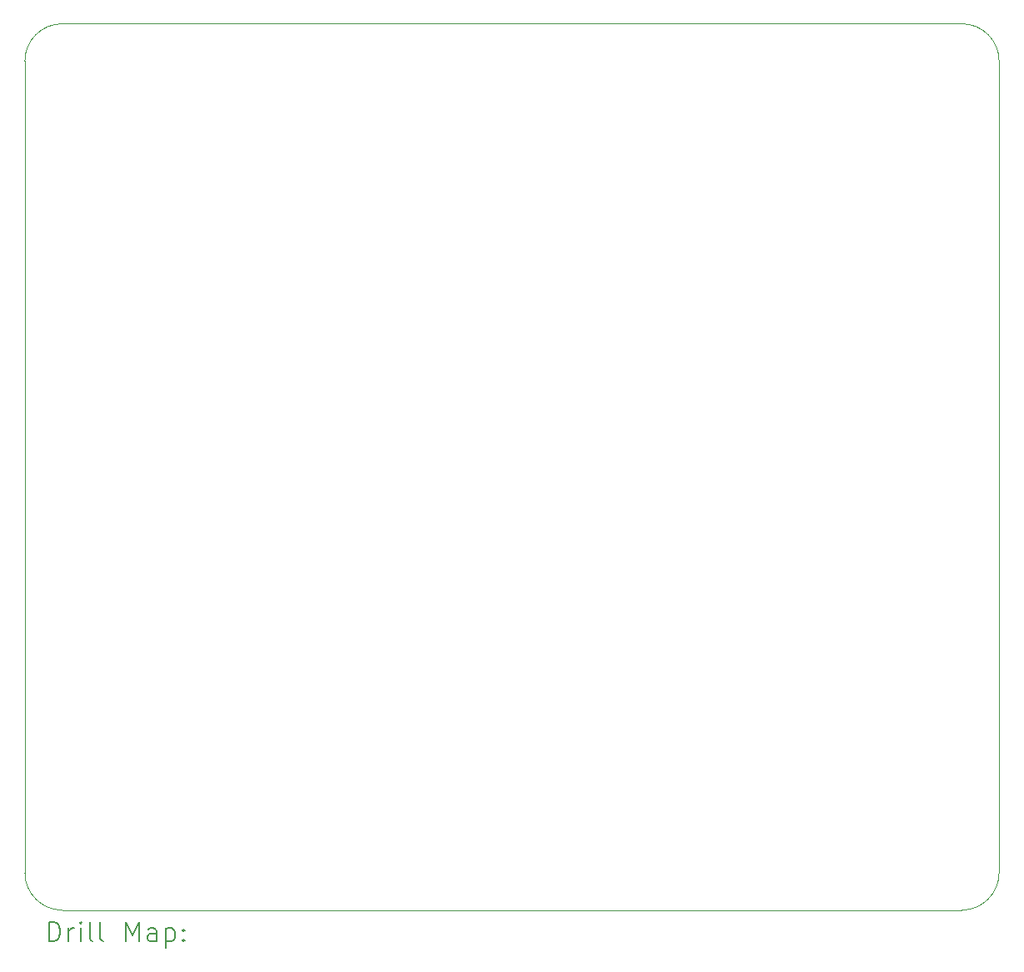
<source format=gbr>
%TF.GenerationSoftware,KiCad,Pcbnew,7.0.1*%
%TF.CreationDate,2023-12-11T01:43:41-03:00*%
%TF.ProjectId,Shield STM32 Bluepill,53686965-6c64-4205-9354-4d333220426c,2.0*%
%TF.SameCoordinates,Original*%
%TF.FileFunction,Drillmap*%
%TF.FilePolarity,Positive*%
%FSLAX45Y45*%
G04 Gerber Fmt 4.5, Leading zero omitted, Abs format (unit mm)*
G04 Created by KiCad (PCBNEW 7.0.1) date 2023-12-11 01:43:41*
%MOMM*%
%LPD*%
G01*
G04 APERTURE LIST*
%ADD10C,0.100000*%
%ADD11C,0.200000*%
G04 APERTURE END LIST*
D10*
X21460000Y-3050000D02*
G75*
G03*
X21080000Y-2670000I-380000J0D01*
G01*
X21080000Y-11680000D02*
G75*
G03*
X21460000Y-11300000I0J380000D01*
G01*
X11560000Y-11300000D02*
G75*
G03*
X11940000Y-11680000I380000J0D01*
G01*
X11940000Y-11680000D02*
X21080000Y-11680000D01*
X11560000Y-3050000D02*
X11560000Y-11300000D01*
X11940000Y-2670000D02*
G75*
G03*
X11560000Y-3050000I0J-380000D01*
G01*
X21080000Y-2670000D02*
X11940000Y-2670000D01*
X21460000Y-11300000D02*
X21460000Y-3050000D01*
D11*
X11802619Y-11997524D02*
X11802619Y-11797524D01*
X11802619Y-11797524D02*
X11850238Y-11797524D01*
X11850238Y-11797524D02*
X11878809Y-11807048D01*
X11878809Y-11807048D02*
X11897857Y-11826095D01*
X11897857Y-11826095D02*
X11907381Y-11845143D01*
X11907381Y-11845143D02*
X11916905Y-11883238D01*
X11916905Y-11883238D02*
X11916905Y-11911809D01*
X11916905Y-11911809D02*
X11907381Y-11949905D01*
X11907381Y-11949905D02*
X11897857Y-11968952D01*
X11897857Y-11968952D02*
X11878809Y-11988000D01*
X11878809Y-11988000D02*
X11850238Y-11997524D01*
X11850238Y-11997524D02*
X11802619Y-11997524D01*
X12002619Y-11997524D02*
X12002619Y-11864190D01*
X12002619Y-11902286D02*
X12012143Y-11883238D01*
X12012143Y-11883238D02*
X12021667Y-11873714D01*
X12021667Y-11873714D02*
X12040714Y-11864190D01*
X12040714Y-11864190D02*
X12059762Y-11864190D01*
X12126428Y-11997524D02*
X12126428Y-11864190D01*
X12126428Y-11797524D02*
X12116905Y-11807048D01*
X12116905Y-11807048D02*
X12126428Y-11816571D01*
X12126428Y-11816571D02*
X12135952Y-11807048D01*
X12135952Y-11807048D02*
X12126428Y-11797524D01*
X12126428Y-11797524D02*
X12126428Y-11816571D01*
X12250238Y-11997524D02*
X12231190Y-11988000D01*
X12231190Y-11988000D02*
X12221667Y-11968952D01*
X12221667Y-11968952D02*
X12221667Y-11797524D01*
X12355000Y-11997524D02*
X12335952Y-11988000D01*
X12335952Y-11988000D02*
X12326428Y-11968952D01*
X12326428Y-11968952D02*
X12326428Y-11797524D01*
X12583571Y-11997524D02*
X12583571Y-11797524D01*
X12583571Y-11797524D02*
X12650238Y-11940381D01*
X12650238Y-11940381D02*
X12716905Y-11797524D01*
X12716905Y-11797524D02*
X12716905Y-11997524D01*
X12897857Y-11997524D02*
X12897857Y-11892762D01*
X12897857Y-11892762D02*
X12888333Y-11873714D01*
X12888333Y-11873714D02*
X12869286Y-11864190D01*
X12869286Y-11864190D02*
X12831190Y-11864190D01*
X12831190Y-11864190D02*
X12812143Y-11873714D01*
X12897857Y-11988000D02*
X12878809Y-11997524D01*
X12878809Y-11997524D02*
X12831190Y-11997524D01*
X12831190Y-11997524D02*
X12812143Y-11988000D01*
X12812143Y-11988000D02*
X12802619Y-11968952D01*
X12802619Y-11968952D02*
X12802619Y-11949905D01*
X12802619Y-11949905D02*
X12812143Y-11930857D01*
X12812143Y-11930857D02*
X12831190Y-11921333D01*
X12831190Y-11921333D02*
X12878809Y-11921333D01*
X12878809Y-11921333D02*
X12897857Y-11911809D01*
X12993095Y-11864190D02*
X12993095Y-12064190D01*
X12993095Y-11873714D02*
X13012143Y-11864190D01*
X13012143Y-11864190D02*
X13050238Y-11864190D01*
X13050238Y-11864190D02*
X13069286Y-11873714D01*
X13069286Y-11873714D02*
X13078809Y-11883238D01*
X13078809Y-11883238D02*
X13088333Y-11902286D01*
X13088333Y-11902286D02*
X13088333Y-11959428D01*
X13088333Y-11959428D02*
X13078809Y-11978476D01*
X13078809Y-11978476D02*
X13069286Y-11988000D01*
X13069286Y-11988000D02*
X13050238Y-11997524D01*
X13050238Y-11997524D02*
X13012143Y-11997524D01*
X13012143Y-11997524D02*
X12993095Y-11988000D01*
X13174048Y-11978476D02*
X13183571Y-11988000D01*
X13183571Y-11988000D02*
X13174048Y-11997524D01*
X13174048Y-11997524D02*
X13164524Y-11988000D01*
X13164524Y-11988000D02*
X13174048Y-11978476D01*
X13174048Y-11978476D02*
X13174048Y-11997524D01*
X13174048Y-11873714D02*
X13183571Y-11883238D01*
X13183571Y-11883238D02*
X13174048Y-11892762D01*
X13174048Y-11892762D02*
X13164524Y-11883238D01*
X13164524Y-11883238D02*
X13174048Y-11873714D01*
X13174048Y-11873714D02*
X13174048Y-11892762D01*
M02*

</source>
